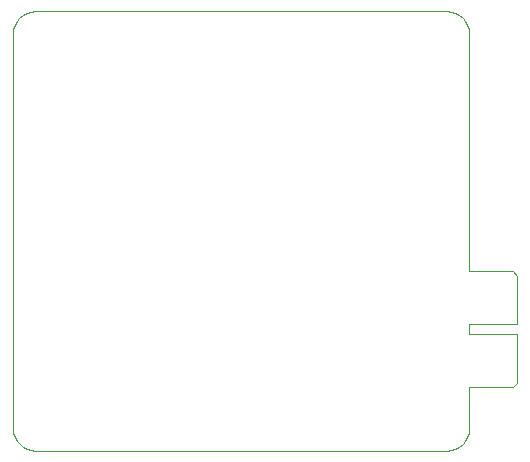
<source format=gm1>
G04 #@! TF.GenerationSoftware,KiCad,Pcbnew,(5.1.2-1)-1*
G04 #@! TF.CreationDate,2019-09-25T20:45:02-04:00*
G04 #@! TF.ProjectId,PCB_V1.3_CSD,5043425f-5631-42e3-935f-4353442e6b69,rev?*
G04 #@! TF.SameCoordinates,Original*
G04 #@! TF.FileFunction,Profile,NP*
%FSLAX46Y46*%
G04 Gerber Fmt 4.6, Leading zero omitted, Abs format (unit mm)*
G04 Created by KiCad (PCBNEW (5.1.2-1)-1) date 2019-09-25 20:45:02*
%MOMM*%
%LPD*%
G04 APERTURE LIST*
%ADD10C,0.050000*%
G04 APERTURE END LIST*
D10*
X98810600Y-83716001D02*
X98806799Y-83712800D01*
X98815000Y-83718301D02*
X98810600Y-83716001D01*
X98819700Y-83719700D02*
X98815000Y-83718301D01*
X61357400Y-88131701D02*
X61712200Y-88238701D01*
X61030300Y-87957701D02*
X61357400Y-88131701D01*
X60743100Y-87723401D02*
X61030300Y-87957701D01*
X60506800Y-87437801D02*
X60743100Y-87723401D01*
X60330500Y-87111801D02*
X60506800Y-87437801D01*
X60220900Y-86757701D02*
X60330500Y-87111801D01*
X60181500Y-86383401D02*
X60220900Y-86757701D01*
X60181500Y-52976401D02*
X60181500Y-86383401D01*
X60218300Y-52601501D02*
X60181500Y-52976401D01*
X60325400Y-52246601D02*
X60218300Y-52601501D01*
X60499400Y-51919401D02*
X60325400Y-52246601D01*
X60733700Y-51632201D02*
X60499400Y-51919401D01*
X61019200Y-51395901D02*
X60733700Y-51632201D01*
X61345200Y-51219601D02*
X61019200Y-51395901D01*
X61699300Y-51110101D02*
X61345200Y-51219601D01*
X62073700Y-51070701D02*
X61699300Y-51110101D01*
X96904900Y-51070701D02*
X62073700Y-51070701D01*
X97279900Y-51107401D02*
X96904900Y-51070701D01*
X97634700Y-51214601D02*
X97279900Y-51107401D01*
X97962000Y-51388601D02*
X97634700Y-51214601D01*
X98249200Y-51622801D02*
X97962000Y-51388601D01*
X98485400Y-51908401D02*
X98249200Y-51622801D01*
X98661700Y-52234401D02*
X98485400Y-51908401D01*
X98771200Y-52588401D02*
X98661700Y-52234401D01*
X98810600Y-52962901D02*
X98771200Y-52588401D01*
X98810600Y-52971801D02*
X98810600Y-52962901D01*
X98810600Y-72240801D02*
X98810600Y-52971801D01*
X98825800Y-72244900D02*
X98810600Y-72240801D01*
X98824600Y-72244801D02*
X98825800Y-72244900D01*
X98823400Y-72244900D02*
X98824600Y-72244801D01*
X98819700Y-72245300D02*
X98823400Y-72244900D01*
X98815000Y-72246700D02*
X98819700Y-72245300D01*
X98810600Y-72249001D02*
X98815000Y-72246700D01*
X98806799Y-72252101D02*
X98810600Y-72249001D01*
X98803700Y-72255901D02*
X98806799Y-72252101D01*
X98801400Y-72260300D02*
X98803700Y-72255901D01*
X98800000Y-72265000D02*
X98801400Y-72260300D01*
X98799499Y-72269901D02*
X98800000Y-72265000D01*
X98799600Y-72271100D02*
X98799499Y-72269901D01*
X98799600Y-73057900D02*
X98799600Y-72271100D01*
X98799499Y-73059100D02*
X98799600Y-73057900D01*
X98800000Y-73064001D02*
X98799499Y-73059100D01*
X98801400Y-73068701D02*
X98800000Y-73064001D01*
X98803700Y-73073101D02*
X98801400Y-73068701D01*
X98806000Y-73075900D02*
X98803700Y-73073101D01*
X98806799Y-73076901D02*
X98806000Y-73075900D01*
X98810600Y-73080001D02*
X98806799Y-73076901D01*
X98815000Y-73082300D02*
X98810600Y-73080001D01*
X98819700Y-73083801D02*
X98815000Y-73082300D01*
X98824600Y-73084301D02*
X98819700Y-73083801D01*
X98825800Y-73084101D02*
X98824600Y-73084301D01*
X102493290Y-73080001D02*
X98825800Y-73084101D01*
X102859290Y-73446501D02*
X102493290Y-73080001D01*
X102859290Y-77558801D02*
X102859290Y-73446501D01*
X98825800Y-77562901D02*
X102859290Y-77558801D01*
X98824600Y-77562701D02*
X98825800Y-77562901D01*
X98823400Y-77562901D02*
X98824600Y-77562701D01*
X98819700Y-77563201D02*
X98823400Y-77562901D01*
X98815000Y-77564700D02*
X98819700Y-77563201D01*
X98810600Y-77567001D02*
X98815000Y-77564700D01*
X98806799Y-77570101D02*
X98810600Y-77567001D01*
X98803700Y-77573901D02*
X98806799Y-77570101D01*
X98801400Y-77578201D02*
X98803700Y-77573901D01*
X98800000Y-77583001D02*
X98801400Y-77578201D01*
X98799499Y-77587900D02*
X98800000Y-77583001D01*
X98799600Y-77589100D02*
X98799499Y-77587900D01*
X98799600Y-78375900D02*
X98799600Y-77589100D01*
X98801400Y-83704700D02*
X98800000Y-83700000D01*
X98803700Y-83709000D02*
X98801400Y-83704700D01*
X98806799Y-83712800D02*
X98803700Y-83709000D01*
X98806799Y-82888101D02*
X98810600Y-82884900D01*
X98803700Y-82891901D02*
X98806799Y-82888101D01*
X98801400Y-82896201D02*
X98803700Y-82891901D01*
X98800000Y-82900901D02*
X98801400Y-82896201D01*
X98799499Y-82905801D02*
X98800000Y-82900901D01*
X98799600Y-82907101D02*
X98799499Y-82905801D01*
X98810600Y-78398001D02*
X98806799Y-78394901D01*
X98815000Y-78400300D02*
X98810600Y-78398001D01*
X98819700Y-78401700D02*
X98815000Y-78400300D01*
X98824600Y-78402201D02*
X98819700Y-78401700D01*
X98825800Y-78402100D02*
X98824600Y-78402201D01*
X102859290Y-78398001D02*
X98825800Y-78402100D01*
X102859290Y-82510301D02*
X102859290Y-78398001D01*
X102493290Y-82876701D02*
X102859290Y-82510301D01*
X98825800Y-82880801D02*
X102493290Y-82876701D01*
X98824600Y-82880700D02*
X98825800Y-82880801D01*
X98823400Y-82880801D02*
X98824600Y-82880700D01*
X98819700Y-82881201D02*
X98823400Y-82880801D01*
X98815000Y-82882601D02*
X98819700Y-82881201D01*
X98810600Y-82884900D02*
X98815000Y-82882601D01*
X96918400Y-88275501D02*
X97292900Y-88236201D01*
X62087200Y-88275501D02*
X96918400Y-88275501D01*
X61712200Y-88238701D02*
X62087200Y-88275501D01*
X98799499Y-78377101D02*
X98799600Y-78375900D01*
X98800000Y-78382000D02*
X98799499Y-78377101D01*
X98801400Y-78386700D02*
X98800000Y-78382000D01*
X98803700Y-78391101D02*
X98801400Y-78386700D01*
X98806799Y-78394901D02*
X98803700Y-78391101D01*
X98258500Y-87714001D02*
X98492700Y-87426801D01*
X97972900Y-87950201D02*
X98258500Y-87714001D01*
X97646900Y-88126501D02*
X97972900Y-87950201D01*
X97292900Y-88236201D02*
X97646900Y-88126501D01*
X98824600Y-83720200D02*
X98819700Y-83719700D01*
X98825800Y-83720100D02*
X98824600Y-83720200D01*
X98810600Y-83716001D02*
X98825800Y-83720100D01*
X98810600Y-86369801D02*
X98810600Y-83716001D01*
X98773900Y-86744801D02*
X98810600Y-86369801D01*
X98666700Y-87099601D02*
X98773900Y-86744801D01*
X98492700Y-87426801D02*
X98666700Y-87099601D01*
X98799600Y-83693801D02*
X98799600Y-82907101D01*
X98799499Y-83695101D02*
X98799600Y-83693801D01*
X98800000Y-83700000D02*
X98799499Y-83695101D01*
M02*

</source>
